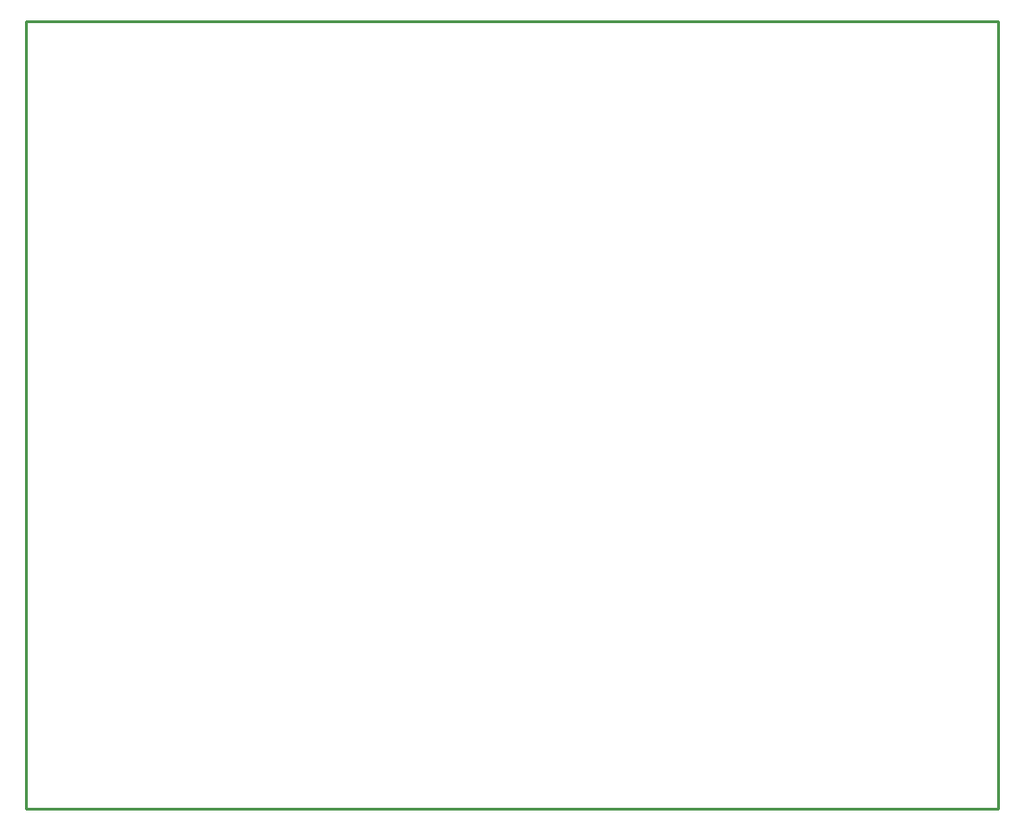
<source format=gbr>
G04 EAGLE Gerber RS-274X export*
G75*
%MOMM*%
%FSLAX34Y34*%
%LPD*%
%IN*%
%IPPOS*%
%AMOC8*
5,1,8,0,0,1.08239X$1,22.5*%
G01*
%ADD10C,0.254000*%


D10*
X355600Y190500D02*
X1244800Y190500D01*
X1244400Y911100D01*
X355600Y911100D01*
X355600Y190500D01*
M02*

</source>
